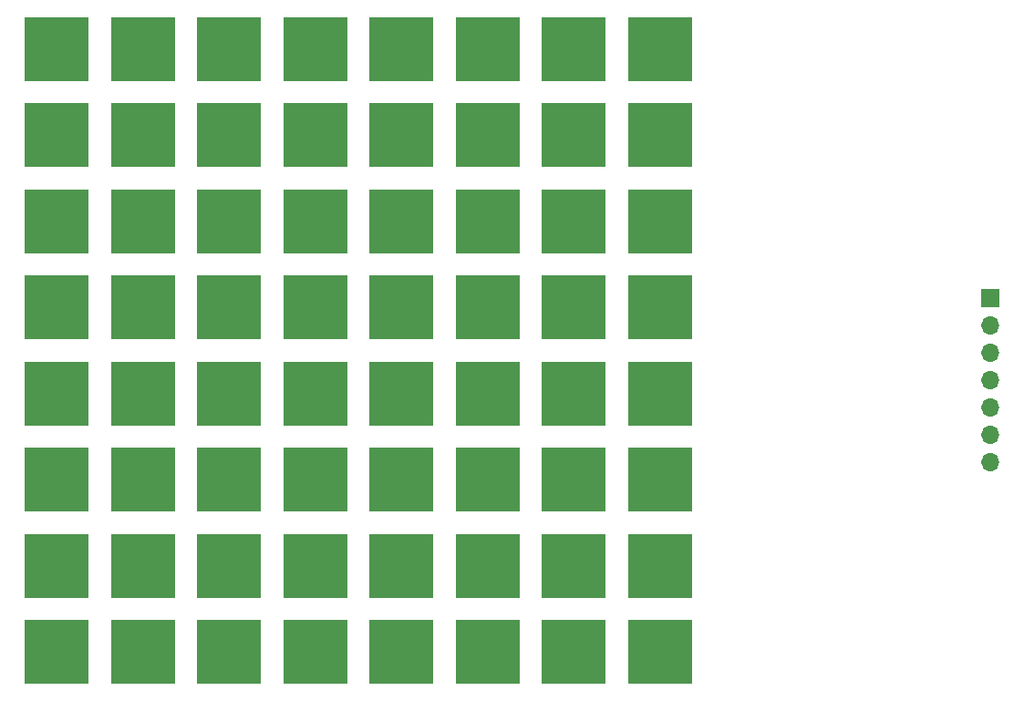
<source format=gbr>
G04 #@! TF.GenerationSoftware,KiCad,Pcbnew,5.1.2-f72e74a~84~ubuntu18.04.1*
G04 #@! TF.CreationDate,2019-06-14T20:13:49+08:00*
G04 #@! TF.ProjectId,simCapSE,73696d43-6170-4534-952e-6b696361645f,rev?*
G04 #@! TF.SameCoordinates,Original*
G04 #@! TF.FileFunction,Soldermask,Bot*
G04 #@! TF.FilePolarity,Negative*
%FSLAX46Y46*%
G04 Gerber Fmt 4.6, Leading zero omitted, Abs format (unit mm)*
G04 Created by KiCad (PCBNEW 5.1.2-f72e74a~84~ubuntu18.04.1) date 2019-06-14 20:13:49*
%MOMM*%
%LPD*%
G04 APERTURE LIST*
%ADD10R,6.000000X6.000000*%
%ADD11R,1.700000X1.700000*%
%ADD12O,1.700000X1.700000*%
G04 APERTURE END LIST*
D10*
X0Y0D03*
X0Y-8000000D03*
X0Y-16000000D03*
X0Y-24000000D03*
X0Y-32000000D03*
X0Y-40000000D03*
X0Y-48000000D03*
X0Y-56000000D03*
X8000000Y0D03*
X8000000Y-8000000D03*
X8000000Y-16000000D03*
X8000000Y-24000000D03*
X8000000Y-32000000D03*
X8000000Y-40000000D03*
X8000000Y-48000000D03*
X8000000Y-56000000D03*
X16000000Y0D03*
X16000000Y-8000000D03*
X16000000Y-16000000D03*
X16000000Y-24000000D03*
X16000000Y-32000000D03*
X16000000Y-40000000D03*
X16000000Y-48000000D03*
X16000000Y-56000000D03*
X24000000Y0D03*
X24000000Y-8000000D03*
X24000000Y-16000000D03*
X24000000Y-24000000D03*
X24000000Y-32000000D03*
X24000000Y-40000000D03*
X24000000Y-48000000D03*
X24000000Y-56000000D03*
X32000000Y0D03*
X32000000Y-8000000D03*
X32000000Y-16000000D03*
X32000000Y-24000000D03*
X32000000Y-32000000D03*
X32000000Y-40000000D03*
X32000000Y-48000000D03*
X32000000Y-56000000D03*
X40000000Y0D03*
X40000000Y-8000000D03*
X40000000Y-16000000D03*
X40000000Y-24000000D03*
X40000000Y-32000000D03*
X40000000Y-40000000D03*
X40000000Y-48000000D03*
X40000000Y-56000000D03*
X48000000Y0D03*
X48000000Y-8000000D03*
X48000000Y-16000000D03*
X48000000Y-24000000D03*
X48000000Y-32000000D03*
X48000000Y-40000000D03*
X48000000Y-48000000D03*
X48000000Y-56000000D03*
X56000000Y0D03*
X56000000Y-8000000D03*
X56000000Y-16000000D03*
X56000000Y-24000000D03*
X56000000Y-32000000D03*
X56000000Y-40000000D03*
X56000000Y-48000000D03*
X56000000Y-56000000D03*
D11*
X86700000Y-23100000D03*
D12*
X86700000Y-25640000D03*
X86700000Y-28180000D03*
X86700000Y-30720000D03*
X86700000Y-33260000D03*
X86700000Y-35800000D03*
X86700000Y-38340000D03*
M02*

</source>
